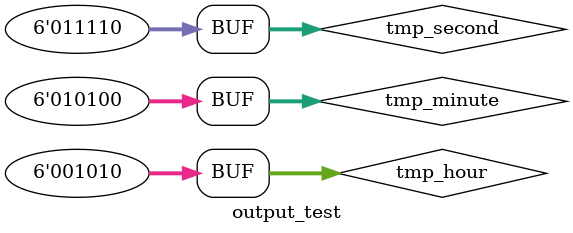
<source format=v>
`timescale 1ns / 1ps


module output_test;

	// Inputs
	reg [5:0] tmp_hour;
	reg [5:0] tmp_minute;
	reg [5:0] tmp_second;

	// Outputs
	wire [1:0] c_hour1;
	wire [3:0] c_hour0;
	wire [3:0] c_min1;
	wire [3:0] c_min0;
	wire [1:0] H_out1;
	wire [3:0] H_out0;
	wire [3:0] M_out1;
	wire [3:0] M_out0;
	wire [3:0] S_out1;
	wire [3:0] S_out0;

	// Instantiate the Unit Under Test (UUT)
	clock_output uut (
		.tmp_hour(tmp_hour), 
		.tmp_minute(tmp_minute), 
		.tmp_second(tmp_second), 
		.c_hour1(c_hour1), 
		.c_hour0(c_hour0), 
		.c_min1(c_min1), 
		.c_min0(c_min0), 
		.H_out1(H_out1), 
		.H_out0(H_out0), 
		.M_out1(M_out1), 
		.M_out0(M_out0), 
		.S_out1(S_out1), 
		.S_out0(S_out0)
	);

	initial begin
		// Initialize Inputs
		tmp_hour = 0;
		tmp_minute = 0;
		tmp_second = 0;

		// Wait 100 ns for global reset to finish
		#100;
		tmp_hour = 10;
		tmp_minute = 20;
		tmp_second = 30;
        
		// Add stimulus here

	end
      
endmodule


</source>
